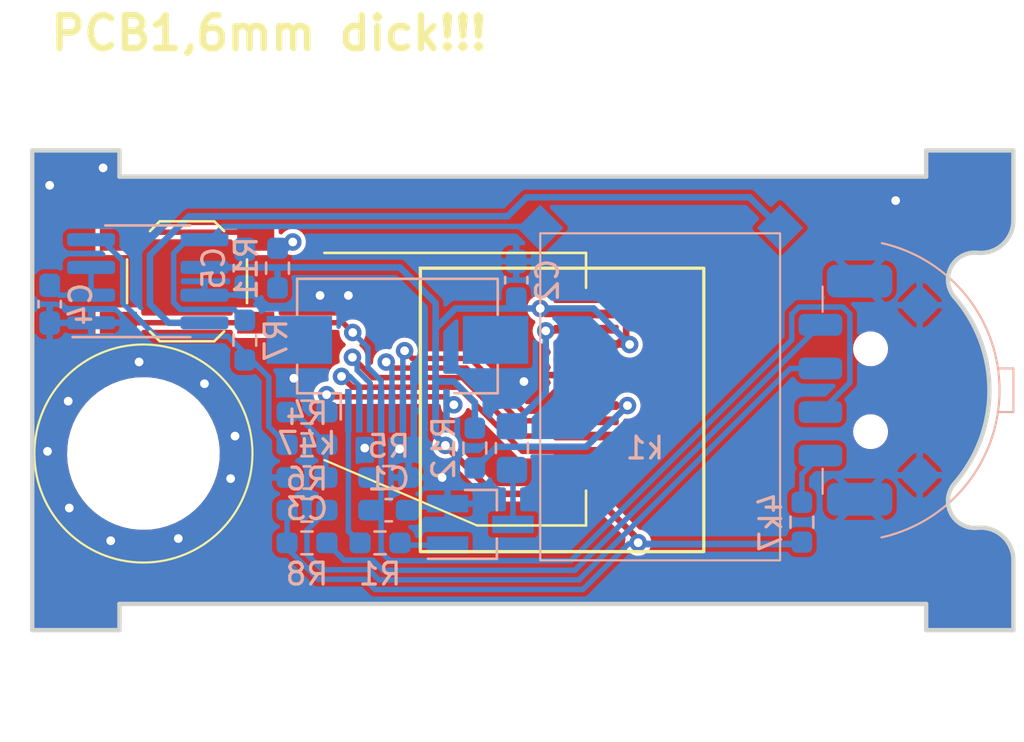
<source format=kicad_pcb>
(kicad_pcb (version 20221018) (generator pcbnew)
  (layers (0 "F.Cu" signal) (31 "B.Cu" signal) (34 "B.Paste" user) (35 "F.Paste" user) (36 "B.SilkS" user "B.Silkscreen") (37 "F.SilkS" user "F.Silkscreen") (38 "B.Mask" user) (39 "F.Mask" user) (44 "Edge.Cuts" user))
  (net 0 "")
  (net 1 "Net-(C3-Pad2)")
  (net 2 "+3.3VP")
  (net 3 "GND1")
  (net 4 "/SW")
  (net 5 "/BUZZER")
  (net 6 "/MOSI")
  (net 7 "/SCLK")
  (net 8 "/RS")
  (net 9 "/CS")
  (net 10 "/BACKLIGHT")
  (net 11 "Net-(Q1-G)")
  (net 12 "Net-(Q1-D)")
  (net 13 "Net-(R8-Pad2)")
  (net 17 "Net-(R9-Pad2)")
  (net 18 "Net-(R6-Pad1)")
  (net 19 "/LEDK")
  (net 20 "/Reset")
  (net 21 "Net-(R11-Pad1)")
  (net 22 "Net-(U1-+IN)")
  (net 23 "Net-(U1-VO2)")
  (net 24 "Net-(U1-VO1)")
  (net 25 "Net-(U1--IN)")
  (footprint "liebler_OPTO:FP-114 13pol top only" (layer "F.Cu") (at 105.8 100 180)
    (fp_text reference "X1" hide)
    (fp_text value "LH114" hide)
    (fp_line (start 2.9 -6.2) (end 2.9 -4.6) (stroke (width 0.12)) (layer "F.SilkS"))
    (fp_line (start 2.9 6.3) (end 2.9 4.7) (stroke (width 0.12)) (layer "F.SilkS"))
    (fp_line (start 7.9 -6.2) (end 2.9 -6.2) (stroke (width 0.12)) (layer "F.SilkS"))
    (fp_line (start 14.9 -3.2) (end 7.9 -6.2) (stroke (width 0.1)) (layer "F.SilkS"))
    (fp_line (start 14.9 6.3) (end 2.9 6.3) (stroke (width 0.12)) (layer "F.SilkS"))
    (pad "1" smd roundrect (at 2.9 -4.2 180) (size 3 0.4) (layers "F.Cu" "F.Paste" "F.Mask"))
    (pad "2" smd roundrect (at 2.9 -3.5 180) (size 3 0.4) (layers "F.Cu" "F.Paste" "F.Mask"))
    (pad "3" smd roundrect (at 2.9 -2.8 180) (size 3 0.4) (layers "F.Cu" "F.Paste" "F.Mask") (net 6 "/MOSI"))
    (pad "4" smd roundrect (at 2.9 -2.1 180) (size 3 0.4) (layers "F.Cu" "F.Paste" "F.Mask") (net 7 "/SCLK"))
    (pad "5" smd roundrect (at 2.9 -1.4 180) (size 3 0.4) (layers "F.Cu" "F.Paste" "F.Mask") (net 8 "/RS"))
    (pad "6" smd roundrect (at 2.9 -0.7 180) (size 3 0.4) (layers "F.Cu" "F.Paste" "F.Mask") (net 20 "/Reset"))
    (pad "7" smd roundrect (at 2.9 0 180) (size 3 0.4) (layers "F.Cu" "F.Paste" "F.Mask") (net 9 "/CS"))
    (pad "8" smd roundrect (at 2.9 0.7 180) (size 3 0.4) (layers "F.Cu" "F.Paste" "F.Mask") (net 3 "GND1"))
    (pad "9" smd roundrect (at 2.9 1.4 180) (size 3 0.4) (layers "F.Cu" "F.Paste" "F.Mask"))
    (pad "10" smd roundrect (at 2.9 2.1 180) (size 3 0.4) (layers "F.Cu" "F.Paste" "F.Mask") (net 2 "+3.3VP"))
    (pad "11" smd roundrect (at 2.9 2.8 180) (size 3 0.4) (layers "F.Cu" "F.Paste" "F.Mask") (net 19 "/LEDK"))
    (pad "12" smd roundrect (at 2.9 3.5 180) (size 3 0.4) (layers "F.Cu" "F.Paste" "F.Mask") (net 2 "+3.3VP"))
    (pad "13" smd roundrect (at 2.9 4.2 180) (size 3 0.4) (layers "F.Cu" "F.Paste" "F.Mask") (net 3 "GND1"))
  )
  (footprint "liebler_MECH:SMA_Schraubbefestigung" (layer "F.Cu") (at 82.6 102.9)
    (fp_text reference "H3" hide)
    (fp_text value "Antenna Hole")
    (fp_circle (center 0 0) (end 5 0) (stroke (width 0.1)) (fill none) (layer "F.SilkS"))
    (pad "" np_thru_hole circle (at 0 0) (size 6.5 6.5) (drill 6.5) (layers "F&B.Cu" "*.Mask"))
  )
  (footprint "Button_Switch_SMD:SW_SPST_TL3342" (layer "F.Cu") (at 84.6 95 180)
    (fp_text reference "SW1" hide)
    (fp_text value "SW_Push")
    (fp_line (start -2.75 -1) (end -2.75 1) (stroke (width 0.12)) (layer "F.SilkS"))
    (fp_line (start -1.7 -2.3) (end -1.25 -2.75) (stroke (width 0.12)) (layer "F.SilkS"))
    (fp_line (start -1.7 2.3) (end -1.25 2.75) (stroke (width 0.12)) (layer "F.SilkS"))
    (fp_line (start -1.25 -2.75) (end 1.25 -2.75) (stroke (width 0.12)) (layer "F.SilkS"))
    (fp_line (start -1.25 2.75) (end 1.25 2.75) (stroke (width 0.12)) (layer "F.SilkS"))
    (fp_line (start 1.7 -2.3) (end 1.25 -2.75) (stroke (width 0.12)) (layer "F.SilkS"))
    (fp_line (start 1.7 2.3) (end 1.25 2.75) (stroke (width 0.12)) (layer "F.SilkS"))
    (fp_line (start 2.75 -1) (end 2.75 1) (stroke (width 0.12)) (layer "F.SilkS"))
    (pad "1" smd rect (at -3.15 -1.9 180) (size 1.7 1) (layers "F.Cu" "F.Paste" "F.Mask") (net 4 "/SW"))
    (pad "1" smd rect (at 3.15 -1.9 180) (size 1.7 1) (layers "F.Cu" "F.Paste" "F.Mask") (net 4 "/SW"))
    (pad "2" smd rect (at -3.15 1.9 180) (size 1.7 1) (layers "F.Cu" "F.Paste" "F.Mask") (net 21 "Net-(R11-Pad1)"))
    (pad "2" smd rect (at 3.15 1.9 180) (size 1.7 1) (layers "F.Cu" "F.Paste" "F.Mask") (net 21 "Net-(R11-Pad1)"))
  )
  (footprint "Capacitor_SMD:C_0603_1608Metric_Pad1.08x0.95mm_HandSolder" (layer "B.Cu") (at 99.7 94.95 90)
    (fp_text reference "C2" (at 0 1.43 270) (layer "B.SilkS") (effects (justify mirror)))
    (fp_text value "1u")
    (fp_line (start -0.146267 -0.51) (end 0.146267 -0.51) (stroke (width 0.12)) (layer "B.SilkS"))
    (fp_line (start -0.146267 0.51) (end 0.146267 0.51) (stroke (width 0.12)) (layer "B.SilkS"))
    (pad "1" smd roundrect (at -0.8625 0 90) (size 1.075 0.95) (layers "B.Cu" "B.Paste" "B.Mask") (net 2 "+3.3VP"))
    (pad "2" smd roundrect (at 0.8625 0 90) (size 1.075 0.95) (layers "B.Cu" "B.Paste" "B.Mask") (net 3 "GND1"))
  )
  (footprint "Resistor_SMD:R_0603_1608Metric_Pad0.98x0.95mm_HandSolder" (layer "B.Cu") (at 88.75 94.4 -90)
    (fp_text reference "R11" (at 0 1.43 90) (layer "B.SilkS") (effects (justify mirror)))
    (fp_text value "1k")
    (fp_line (start -0.254724 -0.5225) (end 0.254724 -0.5225) (stroke (width 0.12)) (layer "B.SilkS"))
    (fp_line (start -0.254724 0.5225) (end 0.254724 0.5225) (stroke (width 0.12)) (layer "B.SilkS"))
    (pad "1" smd roundrect (at -0.9125 0 270) (size 0.975 0.95) (layers "B.Cu" "B.Paste" "B.Mask") (net 21 "Net-(R11-Pad1)"))
    (pad "2" smd roundrect (at 0.9125 0 270) (size 0.975 0.95) (layers "B.Cu" "B.Paste" "B.Mask") (net 2 "+3.3VP"))
  )
  (footprint "Resistor_SMD:R_0603_1608Metric_Pad0.98x0.95mm_HandSolder" (layer "B.Cu") (at 90.1 105.5 180)
    (fp_text reference "R6" (at 0 1.43) (layer "B.SilkS") (effects (justify mirror)))
    (fp_text value "2k2")
    (fp_line (start -0.254724 -0.5225) (end 0.254724 -0.5225) (stroke (width 0.12)) (layer "B.SilkS"))
    (fp_line (start -0.254724 0.5225) (end 0.254724 0.5225) (stroke (width 0.12)) (layer "B.SilkS"))
    (pad "1" smd roundrect (at -0.9125 0 180) (size 0.975 0.95) (layers "B.Cu" "B.Paste" "B.Mask") (net 18 "Net-(R6-Pad1)"))
    (pad "2" smd roundrect (at 0.9125 0 180) (size 0.975 0.95) (layers "B.Cu" "B.Paste" "B.Mask") (net 2 "+3.3VP"))
  )
  (footprint "Resistor_SMD:R_0805_2012Metric_Pad1.20x1.40mm_HandSolder" (layer "B.Cu") (at 99.5 102.65 90)
    (fp_text reference "R2" hide)
    (fp_text value "k1" (at 0 6.1 180) (layer "B.SilkS") (effects (justify mirror)))
    (fp_line (start -0.227064 -0.735) (end 0.227064 -0.735) (stroke (width 0.12)) (layer "B.SilkS"))
    (fp_line (start -0.227064 0.735) (end 0.227064 0.735) (stroke (width 0.12)) (layer "B.SilkS"))
    (pad "1" smd roundrect (at -1 0 90) (size 1.2 1.4) (layers "B.Cu" "B.Paste" "B.Mask") (roundrect_rratio 0.2083333333) (net 12 "Net-(Q1-D)"))
    (pad "2" smd roundrect (at 1 0 90) (size 1.2 1.4) (layers "B.Cu" "B.Paste" "B.Mask") (roundrect_rratio 0.2083333333) (net 19 "/LEDK"))
  )
  (footprint "Capacitor_SMD:C_0603_1608Metric_Pad1.08x0.95mm_HandSolder" (layer "B.Cu") (at 93.85 105.5 180)
    (fp_text reference "C1" (at 0 1.43) (layer "B.SilkS") (effects (justify mirror)))
    (fp_text value "u1")
    (fp_line (start -0.146267 -0.51) (end 0.146267 -0.51) (stroke (width 0.12)) (layer "B.SilkS"))
    (fp_line (start -0.146267 0.51) (end 0.146267 0.51) (stroke (width 0.12)) (layer "B.SilkS"))
    (pad "1" smd roundrect (at -0.8625 0 180) (size 1.075 0.95) (layers "B.Cu" "B.Paste" "B.Mask") (net 3 "GND1"))
    (pad "2" smd roundrect (at 0.8625 0 180) (size 1.075 0.95) (layers "B.Cu" "B.Paste" "B.Mask") (net 4 "/SW"))
  )
  (footprint "Resistor_SMD:R_0603_1608Metric_Pad0.98x0.95mm_HandSolder" (layer "B.Cu") (at 93.45 107)
    (fp_text reference "R1" (at 0 1.43 180) (layer "B.SilkS") (effects (justify mirror)))
    (fp_text value "1k")
    (fp_line (start -0.254724 -0.5225) (end 0.254724 -0.5225) (stroke (width 0.12)) (layer "B.SilkS"))
    (fp_line (start -0.254724 0.5225) (end 0.254724 0.5225) (stroke (width 0.12)) (layer "B.SilkS"))
    (pad "1" smd roundrect (at -0.9125 0) (size 0.975 0.95) (layers "B.Cu" "B.Paste" "B.Mask") (net 10 "/BACKLIGHT"))
    (pad "2" smd roundrect (at 0.9125 0) (size 0.975 0.95) (layers "B.Cu" "B.Paste" "B.Mask") (net 11 "Net-(Q1-G)"))
  )
  (footprint "Resistor_SMD:R_0603_1608Metric_Pad0.98x0.95mm_HandSolder" (layer "B.Cu") (at 97.8 102.65 -90)
    (fp_text reference "R12" (at 0 1.43 90) (layer "B.SilkS") (effects (justify mirror)))
    (fp_text value "1k")
    (fp_line (start -0.254724 -0.5225) (end 0.254724 -0.5225) (stroke (width 0.12)) (layer "B.SilkS"))
    (fp_line (start -0.254724 0.5225) (end 0.254724 0.5225) (stroke (width 0.12)) (layer "B.SilkS"))
    (pad "1" smd roundrect (at -0.9125 0 270) (size 0.975 0.95) (layers "B.Cu" "B.Paste" "B.Mask") (net 2 "+3.3VP"))
    (pad "2" smd roundrect (at 0.9125 0 270) (size 0.975 0.95) (layers "B.Cu" "B.Paste" "B.Mask") (net 20 "/Reset"))
  )
  (footprint "liebler_CONN:FFC_FPC_10_P0.50mm_Horizontal" (layer "B.Cu") (at 94.25 100.1375)
    (fp_text reference "J1" hide)
    (fp_text value "Conn_01x10")
    (fp_line (start -4.6 -5.25) (end 4.6 -5.25) (stroke (width 0.12)) (layer "B.SilkS"))
    (fp_line (start -4.6 -3.6) (end -4.6 -5.25) (stroke (width 0.12)) (layer "B.SilkS"))
    (fp_line (start -4.6 0) (end -4.6 -1.3) (stroke (width 0.12)) (layer "B.SilkS"))
    (fp_line (start -2.6 0) (end -4.6 0) (stroke (width 0.12)) (layer "B.SilkS"))
    (fp_line (start -2.6 0) (end -2.6 1.2) (stroke (width 0.12)) (layer "B.SilkS"))
    (fp_line (start 2.6 0) (end 4.6 0) (stroke (width 0.12)) (layer "B.SilkS"))
    (fp_line (start 4.6 -5.25) (end 4.6 -3.6) (stroke (width 0.12)) (layer "B.SilkS"))
    (fp_line (start 4.6 0) (end 4.6 -1.3) (stroke (width 0.12)) (layer "B.SilkS"))
    (pad "1" smd rect (at -2.25 0.8) (size 0.3 2) (layers "B.Cu" "B.Paste" "B.Mask") (net 10 "/BACKLIGHT"))
    (pad "2" smd rect (at -1.75 0.8) (size 0.3 2) (layers "B.Cu" "B.Paste" "B.Mask") (net 6 "/MOSI"))
    (pad "3" smd rect (at -1.25 0.8) (size 0.3 2) (layers "B.Cu" "B.Paste" "B.Mask") (net 7 "/SCLK"))
    (pad "4" smd rect (at -0.75 0.8) (size 0.3 2) (layers "B.Cu" "B.Paste" "B.Mask") (net 4 "/SW"))
    (pad "5" smd rect (at -0.25 0.8) (size 0.3 2) (layers "B.Cu" "B.Paste" "B.Mask") (net 8 "/RS"))
    (pad "6" smd rect (at 0.25 0.8) (size 0.3 2) (layers "B.Cu" "B.Paste" "B.Mask") (net 9 "/CS"))
    (pad "7" smd rect (at 0.75 0.8) (size 0.3 2) (layers "B.Cu" "B.Paste" "B.Mask") (net 3 "GND1"))
    (pad "8" smd rect (at 1.25 0.8) (size 0.3 2) (layers "B.Cu" "B.Paste" "B.Mask") (net 3 "GND1"))
    (pad "9" smd rect (at 1.75 0.8) (size 0.3 2) (layers "B.Cu" "B.Paste" "B.Mask") (net 2 "+3.3VP"))
    (pad "10" smd rect (at 2.25 0.8) (size 0.3 2) (layers "B.Cu" "B.Paste" "B.Mask") (net 5 "/BUZZER"))
    (pad "MP" smd rect (at -4.5 -2.45) (size 3 2.2) (layers "B.Cu" "B.Paste" "B.Mask"))
    (pad "MP" smd rect (at 4.5 -2.45) (size 3 2.2) (layers "B.Cu" "B.Paste" "B.Mask"))
  )
  (footprint "Resistor_SMD:R_0603_1608Metric_Pad0.98x0.95mm_HandSolder" (layer "B.Cu") (at 112.8 106.05 90)
    (fp_text reference "R9" hide)
    (fp_text value "4k7" (at 0 -1.43 270) (layer "B.SilkS") (effects (justify mirror)))
    (fp_line (start -0.254724 -0.5225) (end 0.254724 -0.5225) (stroke (width 0.12)) (layer "B.SilkS"))
    (fp_line (start -0.254724 0.5225) (end 0.254724 0.5225) (stroke (width 0.12)) (layer "B.SilkS"))
    (pad "1" smd roundrect (at -0.9125 0 90) (size 0.975 0.95) (layers "B.Cu" "B.Paste" "B.Mask") (net 2 "+3.3VP"))
    (pad "2" smd roundrect (at 0.9125 0 90) (size 0.975 0.95) (layers "B.Cu" "B.Paste" "B.Mask") (net 17 "Net-(R9-Pad2)"))
  )
  (footprint "Resistor_SMD:R_0603_1608Metric_Pad0.98x0.95mm_HandSolder" (layer "B.Cu") (at 90.1 102.5 180)
    (fp_text reference "R4" (at 0 1.43) (layer "B.SilkS") (effects (justify mirror)))
    (fp_text value "10k")
    (fp_line (start -0.254724 -0.5225) (end 0.254724 -0.5225) (stroke (width 0.12)) (layer "B.SilkS"))
    (fp_line (start -0.254724 0.5225) (end 0.254724 0.5225) (stroke (width 0.12)) (layer "B.SilkS"))
    (pad "1" smd roundrect (at -0.9125 0 180) (size 0.975 0.95) (layers "B.Cu" "B.Paste" "B.Mask") (net 1 "Net-(C3-Pad2)"))
    (pad "2" smd roundrect (at 0.9125 0 180) (size 0.975 0.95) (layers "B.Cu" "B.Paste" "B.Mask") (net 25 "Net-(U1--IN)"))
  )
  (footprint "liebler_MECH:SLLB510100" (layer "B.Cu") (at 114.95 99.997596 90)
    (fp_text reference "SW5" hide)
    (fp_text value "Rotary_Encoder_Switch_with_Mountingpoint")
    (fp_line (start -3.6 -1.2) (end -4.75 -1.2) (stroke (width 0.1)) (layer "B.SilkS"))
    (fp_line (start -1 6.85) (end -1 7.55) (stroke (width 0.1)) (layer "B.SilkS"))
    (fp_line (start -1 7.55) (end 1 7.55) (stroke (width 0.1)) (layer "B.SilkS"))
    (fp_line (start 1 7.55) (end 1 6.85) (stroke (width 0.1)) (layer "B.SilkS"))
    (fp_line (start 3.6 -1.2) (end 4.75 -1.2) (stroke (width 0.1)) (layer "B.SilkS"))
    (fp_arc (start 6.745192 1.521472) (mid -0.011002 6.91465) (end -6.75 1.5) (stroke (width 0.1)) (layer "B.SilkS"))
    (pad "" np_thru_hole circle (at -1.9 1 90) (size 1.1 1.1) (drill 1.1) (layers "F&B.Cu" "*.Mask"))
    (pad "" np_thru_hole circle (at 1.9 1 90) (size 1.1 1.1) (drill 1.1) (layers "F&B.Cu" "*.Mask"))
    (pad "A" smd roundrect (at -3 -1.3 90) (size 1 2) (layers "B.Cu" "B.Paste" "B.Mask") (net 17 "Net-(R9-Pad2)"))
    (pad "B" smd roundrect (at 3 -1.3 90) (size 1 2) (layers "B.Cu" "B.Paste" "B.Mask") (net 13 "Net-(R8-Pad2)"))
    (pad "C" smd roundrect (at -1 -1.3 90) (size 1 2) (layers "B.Cu" "B.Paste" "B.Mask") (net 4 "/SW"))
    (pad "MP" smd roundrect (at -5 0.5 90) (size 1.5 3) (layers "B.Cu" "B.Paste" "B.Mask") (net 3 "GND1"))
    (pad "MP" smd roundrect (at -3.9 3.25 45) (size 1.4 1.4) (layers "B.Cu" "B.Paste" "B.Mask") (net 3 "GND1"))
    (pad "MP" smd roundrect (at 3.9 3.25 45) (size 1.4 1.4) (layers "B.Cu" "B.Paste" "B.Mask") (net 3 "GND1"))
    (pad "MP" smd roundrect (at 5 0.5 90) (size 1.5 3) (layers "B.Cu" "B.Paste" "B.Mask") (net 3 "GND1"))
    (pad "S" smd roundrect (at 1 -1.3 90) (size 1 2) (layers "B.Cu" "B.Paste" "B.Mask") (net 18 "Net-(R6-Pad1)"))
  )
  (footprint "Resistor_SMD:R_0603_1608Metric_Pad0.98x0.95mm_HandSolder" (layer "B.Cu") (at 90.1 107)
    (fp_text reference "R8" (at 0 1.43 180) (layer "B.SilkS") (effects (justify mirror)))
    (fp_text value "10k")
    (fp_line (start -0.254724 -0.5225) (end 0.254724 -0.5225) (stroke (width 0.12)) (layer "B.SilkS"))
    (fp_line (start -0.254724 0.5225) (end 0.254724 0.5225) (stroke (width 0.12)) (layer "B.SilkS"))
    (pad "1" smd roundrect (at -0.9125 0) (size 0.975 0.95) (layers "B.Cu" "B.Paste" "B.Mask") (net 2 "+3.3VP"))
    (pad "2" smd roundrect (at 0.9125 0) (size 0.975 0.95) (layers "B.Cu" "B.Paste" "B.Mask") (net 13 "Net-(R8-Pad2)"))
  )
  (footprint "liebler_MECH:Speaker_1511" (layer "B.Cu") (at 106.3 100.3)
    (fp_text reference "LS1" hide)
    (fp_text value "Speaker")
    (fp_rect (start -5.5 7.5) (end 5.5 -7.5) (stroke (width 0.1)) (fill none) (layer "B.SilkS"))
    (pad "1" smd rect (at 5.5 -7.75 315) (size 1.5 1.5) (layers "B.Cu" "B.Paste" "B.Mask") (net 23 "Net-(U1-VO2)"))
    (pad "2" smd rect (at -5.5 -7.75 315) (size 1.5 1.5) (layers "B.Cu" "B.Paste" "B.Mask") (net 24 "Net-(U1-VO1)"))
  )
  (footprint "Capacitor_SMD:C_0603_1608Metric_Pad1.08x0.95mm_HandSolder" (layer "B.Cu") (at 87.25 94.4 -90)
    (fp_text reference "C5" (at 0 1.43 90) (layer "B.SilkS") (effects (justify mirror)))
    (fp_text value "u1")
    (fp_line (start -0.146267 -0.51) (end 0.146267 -0.51) (stroke (width 0.12)) (layer "B.SilkS"))
    (fp_line (start -0.146267 0.51) (end 0.146267 0.51) (stroke (width 0.12)) (layer "B.SilkS"))
    (pad "1" smd roundrect (at -0.8625 0 270) (size 1.075 0.95) (layers "B.Cu" "B.Paste" "B.Mask") (net 2 "+3.3VP"))
    (pad "2" smd roundrect (at 0.8625 0 270) (size 1.075 0.95) (layers "B.Cu" "B.Paste" "B.Mask") (net 3 "GND1"))
  )
  (footprint "Resistor_SMD:R_0603_1608Metric_Pad0.98x0.95mm_HandSolder" (layer "B.Cu") (at 93.85 104 180)
    (fp_text reference "R5" (at 0 1.43) (layer "B.SilkS") (effects (justify mirror)))
    (fp_text value "1k")
    (fp_line (start -0.254724 -0.5225) (end 0.254724 -0.5225) (stroke (width 0.12)) (layer "B.SilkS"))
    (fp_line (start -0.254724 0.5225) (end 0.254724 0.5225) (stroke (width 0.12)) (layer "B.SilkS"))
    (pad "1" smd roundrect (at -0.9125 0 180) (size 0.975 0.95) (layers "B.Cu" "B.Paste" "B.Mask") (net 3 "GND1"))
    (pad "2" smd roundrect (at 0.9125 0 180) (size 0.975 0.95) (layers "B.Cu" "B.Paste" "B.Mask") (net 4 "/SW"))
  )
  (footprint "Resistor_SMD:R_0603_1608Metric_Pad0.98x0.95mm_HandSolder" (layer "B.Cu") (at 90.1 101 180)
    (fp_text reference "R3" hide)
    (fp_text value "k47" (at 0 -1.43) (layer "B.SilkS") (effects (justify mirror)))
    (fp_line (start -0.254724 -0.5225) (end 0.254724 -0.5225) (stroke (width 0.12)) (layer "B.SilkS"))
    (fp_line (start -0.254724 0.5225) (end 0.254724 0.5225) (stroke (width 0.12)) (layer "B.SilkS"))
    (pad "1" smd roundrect (at -0.9125 0 180) (size 0.975 0.95) (layers "B.Cu" "B.Paste" "B.Mask") (net 5 "/BUZZER"))
    (pad "2" smd roundrect (at 0.9125 0 180) (size 0.975 0.95) (layers "B.Cu" "B.Paste" "B.Mask") (net 1 "Net-(C3-Pad2)"))
  )
  (footprint "liebler_SEMICONDUCTORS:SOIC-8_3.9x4.9mm_P1.27mm_handsolder" (layer "B.Cu") (at 82.8 95)
    (fp_text reference "U1" hide)
    (fp_text value "MD8002A")
    (fp_line (start 0 -2.56) (end -1.95 -2.56) (stroke (width 0.12)) (layer "B.SilkS"))
    (fp_line (start 0 -2.56) (end 1.95 -2.56) (stroke (width 0.12)) (layer "B.SilkS"))
    (fp_line (start 0 2.56) (end -3.45 2.56) (stroke (width 0.12)) (layer "B.SilkS"))
    (fp_line (start 0 2.56) (end 1.95 2.56) (stroke (width 0.12)) (layer "B.SilkS"))
    (pad "1" smd roundrect (at -2.6 1.905) (size 2.2 0.6) (layers "B.Cu" "B.Paste" "B.Mask") (net 3 "GND1"))
    (pad "2" smd roundrect (at -2.6 0.635) (size 2.2 0.6) (layers "B.Cu" "B.Paste" "B.Mask") (net 22 "Net-(U1-+IN)"))
    (pad "3" smd roundrect (at -2.6 -0.635) (size 2.2 0.6) (layers "B.Cu" "B.Paste" "B.Mask") (net 22 "Net-(U1-+IN)"))
    (pad "4" smd roundrect (at -2.6 -1.905) (size 2.2 0.6) (layers "B.Cu" "B.Paste" "B.Mask") (net 25 "Net-(U1--IN)"))
    (pad "5" smd roundrect (at 2.6 -1.905) (size 2.2 0.6) (layers "B.Cu" "B.Paste" "B.Mask") (net 24 "Net-(U1-VO1)"))
    (pad "6" smd roundrect (at 2.6 -0.635) (size 2.2 0.6) (layers "B.Cu" "B.Paste" "B.Mask") (net 2 "+3.3VP"))
    (pad "7" smd roundrect (at 2.6 0.635) (size 2.2 0.6) (layers "B.Cu" "B.Paste" "B.Mask") (net 3 "GND1"))
    (pad "8" smd roundrect (at 2.6 1.905) (size 2.2 0.6) (layers "B.Cu" "B.Paste" "B.Mask") (net 23 "Net-(U1-VO2)"))
  )
  (footprint "liebler_SEMICONDUCTORS:SOT-23_Handsoldering" (layer "B.Cu") (at 98.05 106.15)
    (fp_text reference "Q1" hide)
    (fp_text value "AO3400A" hide)
    (fp_line (start 0.76 -1.58) (end -0.7 -1.58) (stroke (width 0.12)) (layer "B.SilkS"))
    (fp_line (start 0.76 -1.58) (end 0.76 -0.65) (stroke (width 0.12)) (layer "B.SilkS"))
    (fp_line (start 0.76 1.58) (end -2.4 1.58) (stroke (width 0.12)) (layer "B.SilkS"))
    (fp_line (start 0.76 1.58) (end 0.76 0.65) (stroke (width 0.12)) (layer "B.SilkS"))
    (pad "1" smd rect (at -1.5 0.95) (size 1.9 0.8) (layers "B.Cu" "B.Paste" "B.Mask") (net 11 "Net-(Q1-G)"))
    (pad "2" smd rect (at -1.5 -0.95) (size 1.9 0.8) (layers "B.Cu" "B.Paste" "B.Mask") (net 3 "GND1"))
    (pad "3" smd rect (at 1.5 0) (size 1.9 0.8) (layers "B.Cu" "B.Paste" "B.Mask") (net 12 "Net-(Q1-D)"))
  )
  (footprint "Capacitor_SMD:C_0603_1608Metric_Pad1.08x0.95mm_HandSolder" (layer "B.Cu") (at 78.3 96.05 90)
    (fp_text reference "C4" (at 0 1.43 90) (layer "B.SilkS") (effects (justify mirror)))
    (fp_text value "1u")
    (fp_line (start -0.146267 -0.51) (end 0.146267 -0.51) (stroke (width 0.12)) (layer "B.SilkS"))
    (fp_line (start -0.146267 0.51) (end 0.146267 0.51) (stroke (width 0.12)) (layer "B.SilkS"))
    (pad "1" smd roundrect (at -0.8625 0 90) (size 1.075 0.95) (layers "B.Cu" "B.Paste" "B.Mask") (net 3 "GND1"))
    (pad "2" smd roundrect (at 0.8625 0 90) (size 1.075 0.95) (layers "B.Cu" "B.Paste" "B.Mask") (net 22 "Net-(U1-+IN)"))
  )
  (footprint "Capacitor_SMD:C_0603_1608Metric_Pad1.08x0.95mm_HandSolder" (layer "B.Cu") (at 90.1 104)
    (fp_text reference "C3" (at 0 1.43) (layer "B.SilkS") (effects (justify mirror)))
    (fp_text value "10n")
    (fp_line (start -0.146267 -0.51) (end 0.146267 -0.51) (stroke (width 0.12)) (layer "B.SilkS"))
    (fp_line (start -0.146267 0.51) (end 0.146267 0.51) (stroke (width 0.12)) (layer "B.SilkS"))
    (pad "1" smd roundrect (at -0.8625 0) (size 1.075 0.95) (layers "B.Cu" "B.Paste" "B.Mask") (net 3 "GND1"))
    (pad "2" smd roundrect (at 0.8625 0) (size 1.075 0.95) (layers "B.Cu" "B.Paste" "B.Mask") (net 1 "Net-(C3-Pad2)"))
  )
  (footprint "Resistor_SMD:R_0603_1608Metric_Pad0.98x0.95mm_HandSolder" (layer "B.Cu") (at 87.25 97.7 90)
    (fp_text reference "R7" (at 0 1.43 90) (layer "B.SilkS") (effects (justify mirror)))
    (fp_text value "22k")
    (fp_line (start -0.254724 -0.5225) (end 0.254724 -0.5225) (stroke (width 0.12)) (layer "B.SilkS"))
    (fp_line (start -0.254724 0.5225) (end 0.254724 0.5225) (stroke (width 0.12)) (layer "B.SilkS"))
    (pad "1" smd roundrect (at -0.9125 0 90) (size 0.975 0.95) (layers "B.Cu" "B.Paste" "B.Mask") (net 25 "Net-(U1--IN)"))
    (pad "2" smd roundrect (at 0.9125 0 90) (size 0.975 0.95) (layers "B.Cu" "B.Paste" "B.Mask") (net 24 "Net-(U1-VO1)"))
  )
  (gr_rect (start 95.3 94.4) (end 108.3 107.4) (stroke (width 0.15)) (fill none) (layer "F.SilkS"))
  (gr_line (start 81.5 111) (end 81.5 109.8) (stroke (width 0.2)) (layer "Edge.Cuts"))
  (gr_arc (start 122.5 92.2) (mid 122.007993 93.310833) (end 120.854732 93.692949) (stroke (width 0.2)) (layer "Edge.Cuts"))
  (gr_arc (start 120.854732 106.307051) (mid 119.637217 105.643532) (end 119.803385 104.266944) (stroke (width 0.2)) (layer "Edge.Cuts"))
  (gr_line (start 81.5 109.8) (end 118.5 109.8) (stroke (width 0.2)) (layer "Edge.Cuts"))
  (gr_line (start 122.5 111) (end 122.5 107.8) (stroke (width 0.2)) (layer "Edge.Cuts"))
  (gr_line (start 77.5 89) (end 77.5 111) (stroke (width 0.2)) (layer "Edge.Cuts"))
  (gr_line (start 118.5 111) (end 118.5 109.8) (stroke (width 0.2)) (layer "Edge.Cuts"))
  (gr_line (start 77.5 111) (end 81.5 111) (stroke (width 0.2)) (layer "Edge.Cuts"))
  (gr_arc (start 120.854732 106.307051) (mid 122.007992 106.689167) (end 122.5 107.8) (stroke (width 0.2)) (layer "Edge.Cuts"))
  (gr_line (start 118.5 89) (end 118.5 90.2) (stroke (width 0.2)) (layer "Edge.Cuts"))
  (gr_line (start 122.5 89) (end 122.5 92.2) (stroke (width 0.2)) (layer "Edge.Cuts"))
  (gr_arc (start 119.803385 95.733056) (mid 121.4 100) (end 119.803385 104.266944) (stroke (width 0.2)) (layer "Edge.Cuts"))
  (gr_line (start 81.5 90.2) (end 81.5 89) (stroke (width 0.2)) (layer "Edge.Cuts"))
  (gr_arc (start 119.803385 95.733056) (mid 119.637238 94.356511) (end 120.854732 93.692949) (stroke (width 0.2)) (layer "Edge.Cuts"))
  (gr_line (start 118.5 111) (end 122.5 111) (stroke (width 0.2)) (layer "Edge.Cuts"))
  (gr_line (start 81.5 89) (end 77.5 89) (stroke (width 0.2)) (layer "Edge.Cuts"))
  (gr_line (start 118.5 89) (end 122.5 89) (stroke (width 0.2)) (layer "Edge.Cuts"))
  (gr_line (start 118.5 90.2) (end 81.5 90.2) (stroke (width 0.2)) (layer "Edge.Cuts"))
  (gr_text "PCB1,6mm dick!!!" (at 78.2 84.5) (layer "F.SilkS") (effects (font (size 1.5 1.5) (thickness 0.3) bold) (justify left bottom)))
  (segment (start 89.1875 101) (end 89.5125 101) (width 0.25) (layer "B.Cu") (net 1))
  (segment (start 90.9625 104) (end 90.9625 102.55) (width 0.25) (layer "B.Cu") (net 1))
  (segment (start 89.5125 101) (end 91.0125 102.5) (width 0.25) (layer "B.Cu") (net 1))
  (segment (start 90.9625 102.55) (end 91.0125 102.5) (width 0.25) (layer "B.Cu") (net 1))
  (segment (start 104.35 96.5) (end 102.9 96.5) (width 0.3) (layer "F.Cu") (net 2))
  (segment (start 102.9 97.9) (end 104.322254 97.9) (width 0.3) (layer "F.Cu") (net 2))
  (segment (start 105.290153 106.840153) (end 105.290153 106.990153) (width 0.3) (layer "F.Cu") (net 2))
  (segment (start 104.9 97.9) (end 102.9 97.9) (width 0.3) (layer "F.Cu") (net 2))
  (segment (start 101.0525 96.5) (end 100.8 96.2475) (width 0.3) (layer "F.Cu") (net 2))
  (segment (start 102.9 96.5) (end 101.0525 96.5) (width 0.3) (layer "F.Cu") (net 2))
  (segment (start 103.2 104.75) (end 105.290153 106.840153) (width 0.3) (layer "F.Cu") (net 2))
  (segment (start 104.322254 97.9) (end 104.74 97.482254) (width 0.3) (layer "F.Cu") (net 2))
  (segment (start 104.74 96.89) (end 104.35 96.5) (width 0.3) (layer "F.Cu") (net 2))
  (segment (start 98.672998 104.75) (end 103.2 104.75) (width 0.3) (layer "F.Cu") (net 2))
  (segment (start 96.45 102.527002) (end 98.672998 104.75) (width 0.3) (layer "F.Cu") (net 2))
  (segment (start 104.74 97.482254) (end 104.74 96.89) (width 0.3) (layer "F.Cu") (net 2))
  (via (at 96.45 102.527002) (size 0.8) (drill 0.4) (layers "F.Cu" "B.Cu") (net 2))
  (via (at 104.9 97.9) (size 0.8) (drill 0.4) (layers "F.Cu" "B.Cu") (net 2))
  (via (at 100.8 96.2475) (size 0.8) (drill 0.4) (layers "F.Cu" "B.Cu") (net 2))
  (via (at 105.290153 106.990153) (size 0.8) (drill 0.4) (layers "F.Cu" "B.Cu") (net 2))
  (segment (start 92.753238 108.67) (end 90.62 108.67) (width 0.25) (layer "B.Cu") (net 2))
  (segment (start 105.35 107.05) (end 106.1 107.05) (width 0.3) (layer "B.Cu") (net 2))
  (segment (start 97.8 100.55) (end 97.8 101.7375) (width 0.3) (layer "B.Cu") (net 2))
  (segment (start 88.75 94.365) (end 88.75 95.3125) (width 0.3) (layer "B.Cu") (net 2))
  (segment (start 96.01 99.5975) (end 96.8475 99.5975) (width 0.3) (layer "B.Cu") (net 2))
  (segment (start 112.8 107.05) (end 106.1 107.05) (width 0.25) (layer "B.Cu") (net 2))
  (segment (start 96 100.9375) (end 96 96) (width 0.3) (layer "B.Cu") (net 2))
  (segment (start 106.1 107.05) (end 104.842104 107.05) (width 0.25) (layer "B.Cu") (net 2))
  (segment (start 100.8 96.2475) (end 103.2475 96.2475) (width 0.3) (layer "B.Cu") (net 2))
  (segment (start 100.8 96.2475) (end 96.91 96.2475) (width 0.3) (layer "B.Cu") (net 2))
  (segment (start 93.218238 109.135) (end 92.753238 108.67) (width 0.25) (layer "B.Cu") (net 2))
  (segment (start 85.4 94.365) (end 87.25 94.365) (width 0.3) (layer "B.Cu") (net 2))
  (segment (start 96 100.9375) (end 96 99.6075) (width 0.3) (layer "B.Cu") (net 2))
  (segment (start 87.25 94.365) (end 87.25 93.5375) (width 0.3) (layer "B.Cu") (net 2))
  (segment (start 105.35 107.05) (end 105.290153 106.990153) (width 0.3) (layer "B.Cu") (net 2))
  (segment (start 89.1875 105.5) (end 89.1875 107) (width 0.25) (layer "B.Cu") (net 2))
  (segment (start 103.2475 96.2475) (end 104.9 97.9) (width 0.3) (layer "B.Cu") (net 2))
  (segment (start 96 99.6075) (end 96.01 99.5975) (width 0.3) (layer "B.Cu") (net 2))
  (segment (start 96.45 102.527002) (end 96 102.077002) (width 0.3) (layer "B.Cu") (net 2))
  (segment (start 88.75 94.365) (end 94.365 94.365) (width 0.3) (layer "B.Cu") (net 2))
  (segment (start 96 97.1575) (end 96 100.9375) (width 0.3) (layer "B.Cu") (net 2))
  (segment (start 89.1875 107.2375) (end 89.1875 107) (width 0.25) (layer "B.Cu") (net 2))
  (segment (start 96.8475 99.5975) (end 97.8 100.55) (width 0.3) (layer "B.Cu") (net 2))
  (segment (start 96.91 96.2475) (end 96 97.1575) (width 0.3) (layer "B.Cu") (net 2))
  (segment (start 94.365 94.365) (end 95.95 95.95) (width 0.3) (layer "B.Cu") (net 2))
  (segment (start 85.4 94.365) (end 88.75 94.365) (width 0.3) (layer "B.Cu") (net 2))
  (segment (start 96 102.077002) (end 96 100.9375) (width 0.3) (layer "B.Cu") (net 2))
  (segment (start 96 96) (end 95.95 95.95) (width 0.3) (layer "B.Cu") (net 2))
  (segment (start 104.842104 107.05) (end 102.757104 109.135) (width 0.25) (layer "B.Cu") (net 2))
  (segment (start 90.62 108.67) (end 89.1875 107.2375) (width 0.25) (layer "B.Cu") (net 2))
  (segment (start 112.8 107.05) (end 105.35 107.05) (width 0.3) (layer "B.Cu") (net 2))
  (segment (start 102.757104 109.135) (end 93.218238 109.135) (width 0.25) (layer "B.Cu") (net 2))
  (via (at 86.6 104.05) (size 0.8) (drill 0.4) (layers "F.Cu" "B.Cu") (net 3))
  (via (at 79.2 105.4) (size 0.8) (drill 0.4) (layers "F.Cu" "B.Cu") (net 3))
  (via (at 81.1 106.9) (size 0.8) (drill 0.4) (layers "F.Cu" "B.Cu") (net 3))
  (via (at 78.3 90.6) (size 0.8) (drill 0.4) (layers "F.Cu" "B.Cu") (net 3))
  (via (at 90.7 95.65) (size 0.8) (drill 0.4) (layers "F.Cu" "B.Cu") (net 3))
  (via (at 100.05 99.6) (size 0.8) (drill 0.4) (layers "F.Cu" "B.Cu") (net 3))
  (via (at 92.75 102.65) (size 0.8) (drill 0.4) (layers "F.Cu" "B.Cu") (net 3))
  (via (at 86.8 102.1) (size 0.8) (drill 0.4) (layers "F.Cu" "B.Cu") (net 3))
  (via (at 89.5 99.45) (size 0.8) (drill 0.4) (layers "F.Cu" "B.Cu") (net 3))
  (via (at 92 95.65) (size 0.8) (drill 0.4) (layers "F.Cu" "B.Cu") (net 3))
  (via (at 84.2 106.8) (size 0.8) (drill 0.4) (layers "F.Cu" "B.Cu") (net 3))
  (via (at 82.4 98.7) (size 0.8) (drill 0.4) (layers "F.Cu" "B.Cu") (net 3))
  (via (at 78.2 102.8) (size 0.8) (drill 0.4) (layers "F.Cu" "B.Cu") (net 3))
  (via (at 117.1 91.3) (size 0.8) (drill 0.4) (layers "F.Cu" "B.Cu") (net 3))
  (via (at 94.35 102.7) (size 0.8) (drill 0.4) (layers "F.Cu" "B.Cu") (net 3))
  (via (at 79.15 100.5) (size 0.8) (drill 0.4) (layers "F.Cu" "B.Cu") (net 3))
  (via (at 96.3 104) (size 0.8) (drill 0.4) (layers "F.Cu" "B.Cu") (net 3))
  (via (at 85.4 99.7) (size 0.8) (drill 0.4) (layers "F.Cu" "B.Cu") (net 3))
  (via (at 80.75 89.8) (size 0.8) (drill 0.4) (layers "F.Cu" "B.Cu") (net 3))
  (segment (start 94.8625 105.35) (end 94.7125 105.5) (width 0.25) (layer "B.Cu") (net 3))
  (segment (start 86.8775 95.635) (end 87.25 95.2625) (width 0.25) (layer "B.Cu") (net 3))
  (segment (start 85.4 95.635) (end 86.8775 95.635) (width 0.25) (layer "B.Cu") (net 3))
  (segment (start 88.1025 96.115) (end 90.235 96.115) (width 0.25) (layer "B.Cu") (net 3))
  (segment (start 96.55 105.2) (end 96.4 105.35) (width 0.25) (layer "B.Cu") (net 3))
  (segment (start 96.4 105.35) (end 94.8625 105.35) (width 0.25) (layer "B.Cu") (net 3))
  (segment (start 90.235 96.115) (end 90.7 95.65) (width 0.25) (layer "B.Cu") (net 3))
  (segment (start 87.25 95.2625) (end 88.1025 96.115) (width 0.25) (layer "B.Cu") (net 3))
  (segment (start 91.75 96.9) (end 87.75 96.9) (width 0.25) (layer "F.Cu") (net 4))
  (segment (start 81.45 96.9) (end 87.75 96.9) (width 0.25) (layer "F.Cu") (net 4))
  (segment (start 92.2 97.35) (end 91.75 96.9) (width 0.25) (layer "F.Cu") (net 4))
  (via (at 92.2 97.35) (size 0.8) (drill 0.4) (layers "F.Cu" "B.Cu") (net 4))
  (segment (start 102.210342 107.815) (end 112.335 97.690342) (width 0.25) (layer "B.Cu") (net 4))
  (segment (start 112.335 96.513565) (end 112.665969 96.182596) (width 0.25) (layer "B.Cu") (net 4))
  (segment (start 92.9 98.955492) (end 93.5 99.555492) (width 0.25) (layer "B.Cu") (net 4))
  (segment (start 115 96.5) (end 115 99.647596) (width 0.25) (layer "B.Cu") (net 4))
  (segment (start 92.2 97.35) (end 92.9 98.05) (width 0.25) (layer "B.Cu") (net 4))
  (segment (start 93.5 99.555492) (end 93.5 100.9375) (width 0.25) (layer "B.Cu") (net 4))
  (segment (start 93.5 107.406353) (end 93.908647 107.815) (width 0.25) (layer "B.Cu") (net 4))
  (segment (start 93.5 104) (end 93.5 107.406353) (width 0.25) (layer "B.Cu") (net 4))
  (segment (start 115 99.647596) (end 113.65 100.997596) (width 0.25) (layer "B.Cu") (net 4))
  (segment (start 114.682596 96.182596) (end 115 96.5) (width 0.25) (layer "B.Cu") (net 4))
  (segment (start 112.335 97.690342) (end 112.335 96.513565) (width 0.25) (layer "B.Cu") (net 4))
  (segment (start 93.5 100.9375) (end 93.5 104) (width 0.25) (layer "B.Cu") (net 4))
  (segment (start 92.9 98.05) (end 92.9 98.955492) (width 0.25) (layer "B.Cu") (net 4))
  (segment (start 93.908647 107.815) (end 102.210342 107.815) (width 0.25) (layer "B.Cu") (net 4))
  (segment (start 112.665969 96.182596) (end 114.682596 96.182596) (width 0.25) (layer "B.Cu") (net 4))
  (segment (start 91 100.2) (end 91.1 100.3) (width 0.25) (layer "F.Cu") (net 5))
  (segment (start 96.472782 100.3) (end 96.836391 100.663609) (width 0.25) (layer "F.Cu") (net 5))
  (segment (start 91.1 100.3) (end 96.472782 100.3) (width 0.25) (layer "F.Cu") (net 5))
  (via (at 91 100.2) (size 0.8) (drill 0.4) (layers "F.Cu" "B.Cu") (net 5))
  (via (at 96.836391 100.663609) (size 0.8) (drill 0.4) (layers "F.Cu" "B.Cu") (net 5))
  (segment (start 96.773891 100.663609) (end 96.5 100.9375) (width 0.25) (layer "B.Cu") (net 5))
  (segment (start 96.836391 100.663609) (end 96.773891 100.663609) (width 0.25) (layer "B.Cu") (net 5))
  (segment (start 97.043238 99.86) (end 99.983238 102.8) (width 0.25) (layer "F.Cu") (net 6))
  (segment (start 99.983238 102.8) (end 102.9 102.8) (width 0.25) (layer "F.Cu") (net 6))
  (segment (start 91.6855 99.363783) (end 92.181717 99.86) (width 0.25) (layer "F.Cu") (net 6))
  (segment (start 92.181717 99.86) (end 97.043238 99.86) (width 0.25) (layer "F.Cu") (net 6))
  (via (at 91.6855 99.363783) (size 0.8) (drill 0.4) (layers "F.Cu" "B.Cu") (net 6))
  (segment (start 92.063783 99.363783) (end 91.6855 99.363783) (width 0.25) (layer "B.Cu") (net 6))
  (segment (start 92.5 100.9375) (end 92.5 99.8) (width 0.25) (layer "B.Cu") (net 6))
  (segment (start 92.5 99.8) (end 92.063783 99.363783) (width 0.25) (layer "B.Cu") (net 6))
  (segment (start 97.225492 99.42) (end 99.905492 102.1) (width 0.25) (layer "F.Cu") (net 7))
  (segment (start 99.905492 102.1) (end 102.9 102.1) (width 0.25) (layer "F.Cu") (net 7))
  (segment (start 93.117858 99.42) (end 97.225492 99.42) (width 0.25) (layer "F.Cu") (net 7))
  (segment (start 92.1855 98.487642) (end 93.117858 99.42) (width 0.25) (layer "F.Cu") (net 7))
  (via (at 92.1855 98.487642) (size 0.8) (drill 0.4) (layers "F.Cu" "B.Cu") (net 7))
  (segment (start 92.1855 98.487642) (end 92.4005 98.702642) (width 0.25) (layer "B.Cu") (net 7))
  (segment (start 93 99.677746) (end 92.4005 99.078246) (width 0.25) (layer "B.Cu") (net 7))
  (segment (start 92.4005 99.078246) (end 92.4005 98.702642) (width 0.25) (layer "B.Cu") (net 7))
  (segment (start 93 100.9375) (end 93 99.677746) (width 0.25) (layer "B.Cu") (net 7))
  (segment (start 94.01 98.98) (end 97.407746 98.98) (width 0.25) (layer "F.Cu") (net 8))
  (segment (start 97.407746 98.98) (end 99.827746 101.4) (width 0.25) (layer "F.Cu") (net 8))
  (segment (start 99.827746 101.4) (end 102.9 101.4) (width 0.25) (layer "F.Cu") (net 8))
  (segment (start 93.734772 98.704772) (end 94.01 98.98) (width 0.25) (layer "F.Cu") (net 8))
  (via (at 93.734772 98.704772) (size 0.8) (drill 0.4) (layers "F.Cu" "B.Cu") (net 8))
  (segment (start 94 98.97) (end 93.734772 98.704772) (width 0.25) (layer "B.Cu") (net 8))
  (segment (start 94 100.9375) (end 94 98.97) (width 0.25) (layer "B.Cu") (net 8))
  (segment (start 101.513101 100) (end 102.9 100) (width 0.25) (layer "F.Cu") (net 9))
  (segment (start 94.577947 98.186919) (end 94.931028 98.54) (width 0.25) (layer "F.Cu") (net 9))
  (segment (start 97.59 98.54) (end 100.01 100.96) (width 0.25) (layer "F.Cu") (net 9))
  (segment (start 100.553101 100.96) (end 101.513101 100) (width 0.25) (layer "F.Cu") (net 9))
  (segment (start 94.931028 98.54) (end 97.59 98.54) (width 0.25) (layer "F.Cu") (net 9))
  (segment (start 100.01 100.96) (end 100.553101 100.96) (width 0.25) (layer "F.Cu") (net 9))
  (via (at 94.577947 98.186919) (size 0.8) (drill 0.4) (layers "F.Cu" "B.Cu") (net 9))
  (segment (start 94.5 98.264866) (end 94.577947 98.186919) (width 0.25) (layer "B.Cu") (net 9))
  (segment (start 94.5 100.9375) (end 94.5 98.264866) (width 0.25) (layer "B.Cu") (net 9))
  (segment (start 92 106.4625) (end 92.5375 107) (width 0.25) (layer "B.Cu") (net 10))
  (segment (start 92 100.9375) (end 92 106.4625) (width 0.25) (layer "B.Cu") (net 10))
  (segment (start 94.8125 107.1) (end 94.6625 106.95) (width 0.25) (layer "B.Cu") (net 11))
  (segment (start 96.55 107.1) (end 94.8125 107.1) (width 0.25) (layer "B.Cu") (net 11))
  (segment (start 99.55 106.15) (end 99.55 103.7) (width 0.25) (layer "B.Cu") (net 12))
  (segment (start 99.55 103.7) (end 99.5 103.65) (width 0.25) (layer "B.Cu") (net 12))
  (segment (start 91.8025 107.79) (end 91.0125 107) (width 0.25) (layer "B.Cu") (net 13))
  (segment (start 93.117746 107.79) (end 91.8025 107.79) (width 0.25) (layer "B.Cu") (net 13))
  (segment (start 93.582746 108.255) (end 93.117746 107.79) (width 0.25) (layer "B.Cu") (net 13))
  (segment (start 102.392596 108.255) (end 93.582746 108.255) (width 0.25) (layer "B.Cu") (net 13))
  (segment (start 113.65 96.997596) (end 102.392596 108.255) (width 0.25) (layer "B.Cu") (net 13))
  (segment (start 112.8 105.05) (end 112.8 103.847596) (width 0.25) (layer "B.Cu") (net 17))
  (segment (start 112.8 103.847596) (end 113.65 102.997596) (width 0.25) (layer "B.Cu") (net 17))
  (segment (start 90.1 107.527746) (end 90.1 106.4125) (width 0.25) (layer "B.Cu") (net 18))
  (segment (start 92.935492 108.23) (end 90.802254 108.23) (width 0.25) (layer "B.Cu") (net 18))
  (segment (start 90.1 106.4125) (end 91.0125 105.5) (width 0.25) (layer "B.Cu") (net 18))
  (segment (start 90.802254 108.23) (end 90.1 107.527746) (width 0.25) (layer "B.Cu") (net 18))
  (segment (start 113.65 98.997596) (end 112.272254 98.997596) (width 0.25) (layer "B.Cu") (net 18))
  (segment (start 112.272254 98.997596) (end 102.57485 108.695) (width 0.25) (layer "B.Cu") (net 18))
  (segment (start 102.57485 108.695) (end 93.400492 108.695) (width 0.25) (layer "B.Cu") (net 18))
  (segment (start 93.400492 108.695) (end 92.935492 108.23) (width 0.25) (layer "B.Cu") (net 18))
  (segment (start 101.053066 97.274966) (end 101.40278 97.274966) (width 0.3) (layer "F.Cu") (net 19))
  (segment (start 101.477746 97.2) (end 102.9 97.2) (width 0.3) (layer "F.Cu") (net 19))
  (segment (start 101.40278 97.274966) (end 101.477746 97.2) (width 0.3) (layer "F.Cu") (net 19))
  (via (at 101.053066 97.274966) (size 0.8) (drill 0.4) (layers "F.Cu" "B.Cu") (net 19))
  (segment (start 101.053066 100.096934) (end 99.5 101.65) (width 0.3) (layer "B.Cu") (net 19))
  (segment (start 101.053066 97.274966) (end 101.053066 100.096934) (width 0.3) (layer "B.Cu") (net 19))
  (segment (start 104.8 100.7) (end 102.9 100.7) (width 0.25) (layer "F.Cu") (net 20))
  (via (at 104.8 100.7) (size 0.8) (drill 0.4) (layers "F.Cu" "B.Cu") (net 20))
  (segment (start 98.805614 102.59) (end 102.91 102.59) (width 0.3) (layer "B.Cu") (net 20))
  (segment (start 97.8 103.5625) (end 97.833114 103.5625) (width 0.3) (layer "B.Cu") (net 20))
  (segment (start 102.91 102.59) (end 104.8 100.7) (width 0.3) (layer "B.Cu") (net 20))
  (segment (start 97.833114 103.5625) (end 98.805614 102.59) (width 0.3) (layer "B.Cu") (net 20))
  (segment (start 87.8495 93.1995) (end 87.75 93.1) (width 0.3) (layer "F.Cu") (net 21))
  (segment (start 87.4 92.75) (end 87.75 93.1) (width 0.25) (layer "F.Cu") (net 21))
  (segment (start 89.45 93.1995) (end 87.8495 93.1995) (width 0.3) (layer "F.Cu") (net 21))
  (segment (start 81.8 92.75) (end 87.4 92.75) (width 0.25) (layer "F.Cu") (net 21))
  (segment (start 81.45 93.1) (end 81.8 92.75) (width 0.25) (layer "F.Cu") (net 21))
  (via (at 89.45 93.1995) (size 0.8) (drill 0.4) (layers "F.Cu" "B.Cu") (net 21))
  (segment (start 89.45 93.1995) (end 89.162 93.4875) (width 0.3) (layer "B.Cu") (net 21))
  (segment (start 89.162 93.4875) (end 88.75 93.4875) (width 0.3) (layer "B.Cu") (net 21))
  (segment (start 78.7475 95.635) (end 78.3 95.1875) (width 0.25) (layer "B.Cu") (net 22))
  (segment (start 80.2 95.635) (end 78.7475 95.635) (width 0.25) (layer "B.Cu") (net 22))
  (segment (start 80.2 95.635) (end 80.2 94.365) (width 0.25) (layer "B.Cu") (net 22))
  (segment (start 99.3 92.02) (end 100.17066 91.14934) (width 0.3) (layer "B.Cu") (net 23))
  (segment (start 100.17066 91.14934) (end 110.39934 91.14934) (width 0.3) (layer "B.Cu") (net 23))
  (segment (start 84.682035 92.02) (end 99.3 92.02) (width 0.3) (layer "B.Cu") (net 23))
  (segment (start 85.4 96.905) (end 83.755 96.905) (width 0.3) (layer "B.Cu") (net 23))
  (segment (start 82.9 96.05) (end 82.9 93.802035) (width 0.3) (layer "B.Cu") (net 23))
  (segment (start 82.9 93.802035) (end 84.682035 92.02) (width 0.3) (layer "B.Cu") (net 23))
  (segment (start 83.755 96.905) (end 82.9 96.05) (width 0.3) (layer "B.Cu") (net 23))
  (segment (start 110.39934 91.14934) (end 111.8 92.55) (width 0.3) (layer "B.Cu") (net 23))
  (segment (start 84.605 93.095) (end 85.4 93.095) (width 0.25) (layer "B.Cu") (net 24))
  (segment (start 84.297391 96.29) (end 83.985 95.977609) (width 0.25) (layer "B.Cu") (net 24))
  (segment (start 83.985 93.715) (end 84.605 93.095) (width 0.25) (layer "B.Cu") (net 24))
  (segment (start 85.5 93.245) (end 86.26 92.485) (width 0.25) (layer "B.Cu") (net 24))
  (segment (start 83.985 95.977609) (end 83.985 93.715) (width 0.25) (layer "B.Cu") (net 24))
  (segment (start 86.7525 96.29) (end 84.297391 96.29) (width 0.25) (layer "B.Cu") (net 24))
  (segment (start 100.735 92.485) (end 100.8 92.55) (width 0.25) (layer "B.Cu") (net 24))
  (segment (start 87.25 96.7875) (end 86.7525 96.29) (width 0.25) (layer "B.Cu") (net 24))
  (segment (start 86.26 92.485) (end 100.735 92.485) (width 0.25) (layer "B.Cu") (net 24))
  (segment (start 81.65 96) (end 83.17 97.52) (width 0.25) (layer "B.Cu") (net 25))
  (segment (start 81.65 94.057391) (end 81.65 96) (width 0.25) (layer "B.Cu") (net 25))
  (segment (start 83.17 97.52) (end 86.47 97.52) (width 0.25) (layer "B.Cu") (net 25))
  (segment (start 88.35 101.6625) (end 89.1875 102.5) (width 0.25) (layer "B.Cu") (net 25))
  (segment (start 80.2 93.095) (end 80.687609 93.095) (width 0.25) (layer "B.Cu") (net 25))
  (segment (start 86.47 97.52) (end 88.35 99.4) (width 0.25) (layer "B.Cu") (net 25))
  (segment (start 88.35 99.4) (end 88.35 101.6625) (width 0.25) (layer "B.Cu") (net 25))
  (segment (start 80.687609 93.095) (end 81.65 94.057391) (width 0.25) (layer "B.Cu") (net 25))
  (zone (net 3) (net_name "GND1") (layers "F&B.Cu") (connect_pads (clearance 0.2)) (min_thickness 0.2) (fill yes (thermal_gap 0.2) (thermal_bridge_width 0.3))
    (polygon (pts (xy 123 112) (xy 77 112) (xy 77 88) (xy 123 88)))
  )
)
</source>
